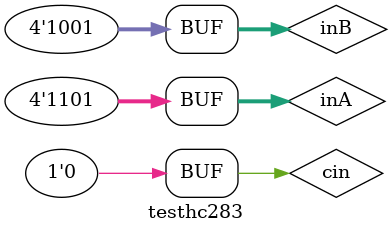
<source format=v>


`timescale 1ns/100ps

module testhc283;
reg cin; 
reg [3:0]inA;
reg [3:0]inB;
wire cout;
wire [3:0]out;

hc283 u(inA,inB, out, cin, cout);

initial
begin
    inA=4'b0111;
    inB=4'b0101;
    cin=1;
    #10;
    inA=4'b1101;
    inB=4'b1001;
    cin=0;    

end
initial
$monitor("cin=%b,A=%b,B=%b,cout=%b,out=%b",cin,inA,inB,cout,out);
endmodule


</source>
